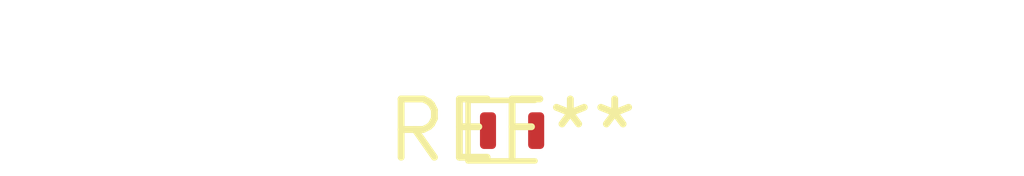
<source format=kicad_pcb>
(kicad_pcb (version 20240108) (generator pcbnew)
  (layers (0 "F.Cu" signal) (31 "B.Cu" signal) (34 "B.Paste" user) (35 "F.Paste" user) (36 "B.SilkS" user "B.Silkscreen") (37 "F.SilkS" user "F.Silkscreen") (38 "B.Mask" user) (39 "F.Mask" user) (44 "Edge.Cuts" user))
  (net 0 "")
  (footprint "ST_QFN-2L_1.6x1.0mm" (layer "F.Cu") (at 0 0)
    (property "Reference" "REF**")
    (property "Value" "ST_QFN-2L_1.6x1.0mm")
    (fp_line (start -0.96 -0.66) (end -0.96 0.66) (layer "F.SilkS") (stroke (width 0.12)))
    (fp_line (start -0.96 0.66) (end 0.5 0.66) (layer "F.SilkS") (stroke (width 0.12)))
    (fp_line (start 0.5 -0.66) (end -0.96 -0.66) (layer "F.SilkS") (stroke (width 0.12)))
    (pad "1" smd roundrect (at -0.525 0) (size 0.35 0.8) (layers "F.Cu" "F.Paste" "F.Mask"))
    (pad "2" smd roundrect (at 0.525 0) (size 0.35 0.8) (layers "F.Cu" "F.Paste" "F.Mask"))
  )
)
</source>
